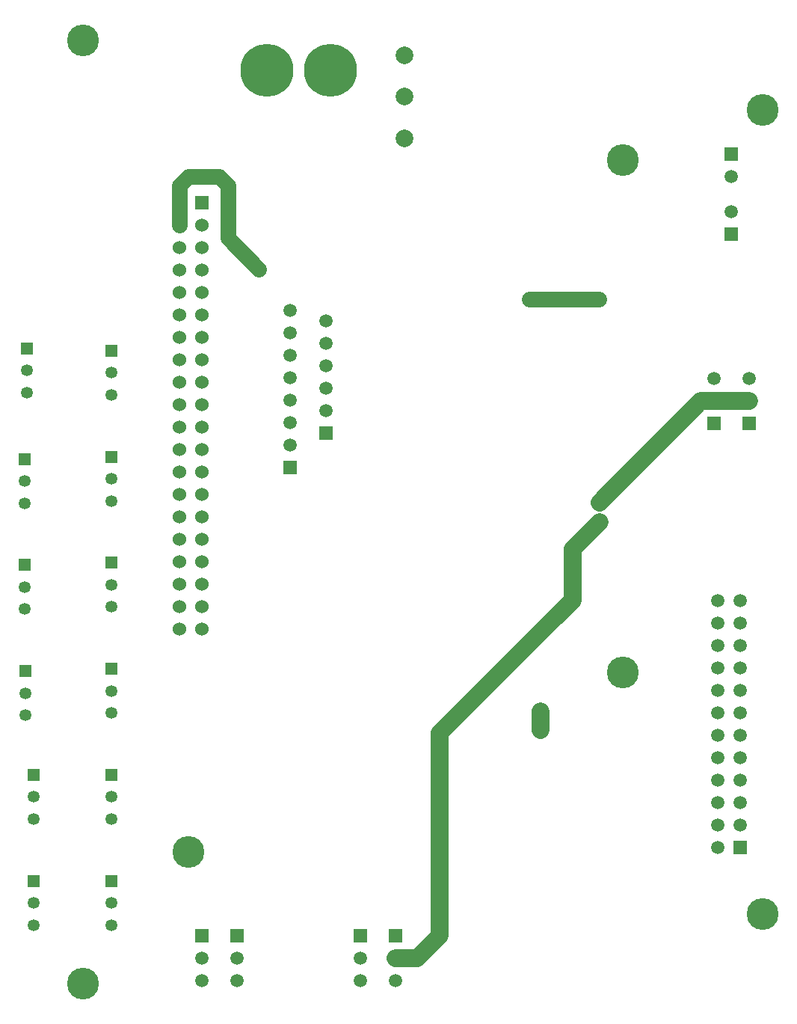
<source format=gbl>
G04*
G04 #@! TF.GenerationSoftware,Altium Limited,Altium Designer,21.2.2 (38)*
G04*
G04 Layer_Physical_Order=2*
G04 Layer_Color=16711680*
%FSLAX25Y25*%
%MOIN*%
G70*
G04*
G04 #@! TF.SameCoordinates,CEF95F07-8C43-49F3-AA8E-E0B24A2A1908*
G04*
G04*
G04 #@! TF.FilePolarity,Positive*
G04*
G01*
G75*
%ADD65C,0.05315*%
%ADD66R,0.05315X0.05315*%
%ADD79C,0.07087*%
%ADD82C,0.05906*%
%ADD83C,0.07874*%
%ADD85R,0.05906X0.05906*%
%ADD86C,0.05906*%
%ADD87R,0.06000X0.06000*%
%ADD88C,0.06000*%
%ADD89C,0.07874*%
%ADD90C,0.23622*%
%ADD91C,0.14173*%
%ADD92C,0.05000*%
D65*
X18701Y277559D02*
D03*
Y287402D02*
D03*
X17807Y133858D02*
D03*
Y143701D02*
D03*
X17717Y238189D02*
D03*
Y228346D02*
D03*
Y190945D02*
D03*
Y181102D02*
D03*
X21654Y50197D02*
D03*
Y40354D02*
D03*
X56102Y276575D02*
D03*
Y286417D02*
D03*
Y229330D02*
D03*
Y239173D02*
D03*
Y182087D02*
D03*
Y191929D02*
D03*
Y134843D02*
D03*
Y144685D02*
D03*
Y97441D02*
D03*
Y87599D02*
D03*
Y50197D02*
D03*
Y40354D02*
D03*
X21654Y97441D02*
D03*
Y87599D02*
D03*
D66*
X18701Y297244D02*
D03*
X17807Y153543D02*
D03*
X17717Y248031D02*
D03*
Y200787D02*
D03*
X21654Y60039D02*
D03*
X56102Y296260D02*
D03*
Y249016D02*
D03*
Y201772D02*
D03*
Y154528D02*
D03*
Y107283D02*
D03*
Y60039D02*
D03*
X21654Y107283D02*
D03*
D79*
X86457Y352205D02*
Y362205D01*
Y369865D01*
X90608Y374016D01*
X104116D01*
X108268Y369865D01*
Y346457D02*
Y369865D01*
Y346457D02*
X122047Y332677D01*
X242441Y319213D02*
X273622D01*
D82*
X253937Y177165D02*
X253937D01*
D83*
X319055Y273780D02*
X324803D01*
X273799Y228524D02*
X319055Y273780D01*
X247540Y127106D02*
Y135689D01*
X261811Y207952D02*
X273799Y219940D01*
X261811Y185039D02*
Y207952D01*
X253937Y177165D02*
X261811Y185039D01*
X202756Y125984D02*
X253937Y177165D01*
X192756Y25433D02*
X202756Y35433D01*
Y125984D01*
X324803Y273780D02*
X340551D01*
X183071Y25433D02*
X192756D01*
D85*
X151969Y259528D02*
D03*
X336614Y74803D02*
D03*
X135827Y244094D02*
D03*
X96457Y35433D02*
D03*
X332677Y348268D02*
D03*
Y384016D02*
D03*
X324803Y263780D02*
D03*
X340551D02*
D03*
X183071Y35433D02*
D03*
X167323D02*
D03*
X112205D02*
D03*
D86*
X151969Y269528D02*
D03*
Y279528D02*
D03*
Y289528D02*
D03*
Y299528D02*
D03*
Y309528D02*
D03*
X326614Y74803D02*
D03*
X336614Y84803D02*
D03*
X326614D02*
D03*
X336614Y94803D02*
D03*
X326614D02*
D03*
X336614Y104803D02*
D03*
X326614D02*
D03*
X336614Y114803D02*
D03*
X326614D02*
D03*
X336614Y124803D02*
D03*
X326614D02*
D03*
X336614Y134803D02*
D03*
X326614D02*
D03*
X336614Y144803D02*
D03*
X326614D02*
D03*
X336614Y154803D02*
D03*
X326614D02*
D03*
X336614Y164803D02*
D03*
X326614D02*
D03*
X336614Y174803D02*
D03*
X326614D02*
D03*
X336614Y184803D02*
D03*
X326614D02*
D03*
X135827Y254095D02*
D03*
Y264094D02*
D03*
Y274095D02*
D03*
Y284095D02*
D03*
Y294094D02*
D03*
Y304095D02*
D03*
Y314094D02*
D03*
X96457Y25433D02*
D03*
Y15433D02*
D03*
X332677Y358268D02*
D03*
Y374016D02*
D03*
X324803Y283780D02*
D03*
Y273780D02*
D03*
X340551D02*
D03*
Y283780D02*
D03*
X183071Y25433D02*
D03*
Y15433D02*
D03*
X167323D02*
D03*
Y25433D02*
D03*
X112205D02*
D03*
Y15433D02*
D03*
D87*
X96457Y362205D02*
D03*
D88*
X86457D02*
D03*
X96457Y352205D02*
D03*
X86457D02*
D03*
X96457Y342205D02*
D03*
X86457D02*
D03*
X96457Y332205D02*
D03*
X86457D02*
D03*
X96457Y322205D02*
D03*
X86457D02*
D03*
X96457Y312205D02*
D03*
X86457D02*
D03*
X96457Y302205D02*
D03*
X86457D02*
D03*
X96457Y292205D02*
D03*
X86457D02*
D03*
X96457Y282205D02*
D03*
X86457D02*
D03*
X96457Y272205D02*
D03*
X86457D02*
D03*
X96457Y262205D02*
D03*
X86457D02*
D03*
X96457Y252205D02*
D03*
X86457D02*
D03*
X96457Y242205D02*
D03*
X86457D02*
D03*
X96457Y232205D02*
D03*
X86457D02*
D03*
X96457Y222205D02*
D03*
X86457D02*
D03*
X96457Y212205D02*
D03*
X86457D02*
D03*
X96457Y202205D02*
D03*
X86457D02*
D03*
X96457Y192205D02*
D03*
X86457D02*
D03*
X96457Y182205D02*
D03*
X86457D02*
D03*
X96457Y172205D02*
D03*
X86457D02*
D03*
D89*
X187008Y427953D02*
D03*
Y409449D02*
D03*
Y390945D02*
D03*
D90*
X125669Y421260D02*
D03*
X153858D02*
D03*
D91*
X90551Y72835D02*
D03*
X284347Y153020D02*
D03*
Y381366D02*
D03*
X346457Y403543D02*
D03*
Y45276D02*
D03*
X43701Y434646D02*
D03*
Y14173D02*
D03*
D92*
X273622Y319213D02*
D03*
M02*

</source>
